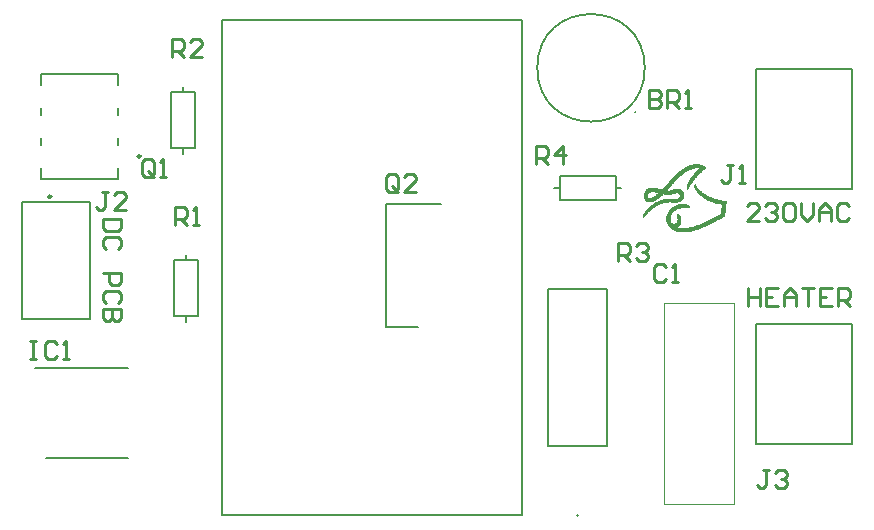
<source format=gto>
G04*
G04 #@! TF.GenerationSoftware,Altium Limited,Altium Designer,24.1.2 (44)*
G04*
G04 Layer_Color=65535*
%FSLAX44Y44*%
%MOMM*%
G71*
G04*
G04 #@! TF.SameCoordinates,BD0B943F-0E77-4E2A-8F04-F263FF0033BB*
G04*
G04*
G04 #@! TF.FilePolarity,Positive*
G04*
G01*
G75*
%ADD10C,0.2500*%
%ADD11C,0.1524*%
%ADD12C,0.2000*%
%ADD13C,0.1000*%
%ADD14C,0.2540*%
G36*
X579323Y307019D02*
X581590D01*
Y306695D01*
X582562D01*
Y306372D01*
X583533D01*
Y306048D01*
X584181D01*
Y305724D01*
X584505D01*
Y305400D01*
X585153D01*
Y305076D01*
X585476D01*
Y304752D01*
X585800D01*
Y304429D01*
X586124D01*
Y303781D01*
X586448D01*
Y303457D01*
X586124D01*
Y303133D01*
X585800D01*
Y302809D01*
X585476D01*
Y302485D01*
X584829D01*
Y302162D01*
X584505D01*
Y301838D01*
X584181D01*
Y301514D01*
X583857D01*
Y301190D01*
X583533D01*
Y300866D01*
X583209D01*
Y300542D01*
X582886D01*
Y300219D01*
X582562D01*
Y299895D01*
X581914D01*
Y299571D01*
X581590D01*
Y299247D01*
X581266D01*
Y298923D01*
X580942D01*
Y298599D01*
X580619D01*
Y298275D01*
X580295D01*
Y297952D01*
X579971D01*
Y297628D01*
X579647D01*
Y296980D01*
X579323D01*
Y296656D01*
X578999D01*
Y296332D01*
X578675D01*
Y296008D01*
X578352D01*
Y295685D01*
X578028D01*
Y295361D01*
X577704D01*
Y295037D01*
X577380D01*
Y294389D01*
X577056D01*
Y294065D01*
X576732D01*
Y293741D01*
X576409D01*
Y293418D01*
X576085D01*
Y292770D01*
X575761D01*
Y292446D01*
X575437D01*
Y292122D01*
X575113D01*
Y291474D01*
X574789D01*
Y291151D01*
X574465D01*
Y290503D01*
X574142D01*
Y290179D01*
X573818D01*
Y289531D01*
X573494D01*
Y289208D01*
X573170D01*
Y288560D01*
X572846D01*
Y287912D01*
X572522D01*
Y287588D01*
X572198D01*
Y286941D01*
X571875D01*
Y286293D01*
X571551D01*
Y285645D01*
X571227D01*
Y284998D01*
X570579D01*
Y285321D01*
X570255D01*
Y285969D01*
X569931D01*
Y288560D01*
X570255D01*
Y289531D01*
X570579D01*
Y290503D01*
X570903D01*
Y291151D01*
X571227D01*
Y291798D01*
X571551D01*
Y292446D01*
X571875D01*
Y293094D01*
X572198D01*
Y293418D01*
X572522D01*
Y294065D01*
X572846D01*
Y294389D01*
X573170D01*
Y295037D01*
X573494D01*
Y295361D01*
X573818D01*
Y296008D01*
X574142D01*
Y296332D01*
X574465D01*
Y296656D01*
X574789D01*
Y297304D01*
X575113D01*
Y297628D01*
X575437D01*
Y297952D01*
X575761D01*
Y298275D01*
X576085D01*
Y298923D01*
X576409D01*
Y299247D01*
X576732D01*
Y299571D01*
X577056D01*
Y299895D01*
X577380D01*
Y300219D01*
X577704D01*
Y300542D01*
X578028D01*
Y300866D01*
X578352D01*
Y301514D01*
X578675D01*
Y301838D01*
X578999D01*
Y302162D01*
X579323D01*
Y302485D01*
X579647D01*
Y302809D01*
X579971D01*
Y303133D01*
X580295D01*
Y303457D01*
X576732D01*
Y303133D01*
X575437D01*
Y302809D01*
X574142D01*
Y302485D01*
X573494D01*
Y302162D01*
X572522D01*
Y301838D01*
X571875D01*
Y301514D01*
X571227D01*
Y301190D01*
X570903D01*
Y300866D01*
X570255D01*
Y300542D01*
X569608D01*
Y300219D01*
X568960D01*
Y299895D01*
X568636D01*
Y299571D01*
X568312D01*
Y299247D01*
X567665D01*
Y298923D01*
X567341D01*
Y298599D01*
X567017D01*
Y298275D01*
X566369D01*
Y297952D01*
X566045D01*
Y297628D01*
X565722D01*
Y297304D01*
X565398D01*
Y296980D01*
X564750D01*
Y296656D01*
X564426D01*
Y296332D01*
X564102D01*
Y296008D01*
X563778D01*
Y295685D01*
X563455D01*
Y295361D01*
X563131D01*
Y295037D01*
X562807D01*
Y294713D01*
X562483D01*
Y294389D01*
X562159D01*
Y294065D01*
X561835D01*
Y293741D01*
X561511D01*
Y293418D01*
X561188D01*
Y293094D01*
X560864D01*
Y292770D01*
X560540D01*
Y292446D01*
X560216D01*
Y292122D01*
X559892D01*
Y291798D01*
X559568D01*
Y291474D01*
X559244D01*
Y291151D01*
X558921D01*
Y290503D01*
X558597D01*
Y290179D01*
X558273D01*
Y289855D01*
X557949D01*
Y289531D01*
X557625D01*
Y289208D01*
X557301D01*
Y288884D01*
X556978D01*
Y288236D01*
X556654D01*
Y287912D01*
X556330D01*
Y287588D01*
X556006D01*
Y287264D01*
X555682D01*
Y286941D01*
X555358D01*
Y286293D01*
X555034D01*
Y285969D01*
X554711D01*
Y285645D01*
X554387D01*
Y285321D01*
X554063D01*
Y284998D01*
X553739D01*
Y284674D01*
X556006D01*
Y284998D01*
X557301D01*
Y285321D01*
X558273D01*
Y285645D01*
X559244D01*
Y285969D01*
X561188D01*
Y286293D01*
X561835D01*
Y285969D01*
X564102D01*
Y285645D01*
X564750D01*
Y285321D01*
X565398D01*
Y284998D01*
X565722D01*
Y284674D01*
X566369D01*
Y284350D01*
X566693D01*
Y283702D01*
X567017D01*
Y283378D01*
X567341D01*
Y282731D01*
X567665D01*
Y281759D01*
X567988D01*
Y278844D01*
X567665D01*
Y277873D01*
X567341D01*
Y277225D01*
X567017D01*
Y276901D01*
X566693D01*
Y276577D01*
X566369D01*
Y276254D01*
X566045D01*
Y275930D01*
X565722D01*
Y275606D01*
X565398D01*
Y275282D01*
X564750D01*
Y274958D01*
X564102D01*
Y274634D01*
X562807D01*
Y274310D01*
X556330D01*
Y274634D01*
X555034D01*
Y274310D01*
X554387D01*
Y274634D01*
X554063D01*
Y274310D01*
X551472D01*
Y273987D01*
X550177D01*
Y273663D01*
X549205D01*
Y273339D01*
X548234D01*
Y273015D01*
X547262D01*
Y272691D01*
X546614D01*
Y272367D01*
X545967D01*
Y272043D01*
X545319D01*
Y271720D01*
X544671D01*
Y271396D01*
X544347D01*
Y271072D01*
X543700D01*
Y270748D01*
X543376D01*
Y270424D01*
X542728D01*
Y270100D01*
X542404D01*
Y269777D01*
X541757D01*
Y269453D01*
X541433D01*
Y269129D01*
X541109D01*
Y268805D01*
X540461D01*
Y268481D01*
X540137D01*
Y268157D01*
X539813D01*
Y267833D01*
X539490D01*
Y267510D01*
X539166D01*
Y267186D01*
X538842D01*
Y266862D01*
X538518D01*
Y266538D01*
X537870D01*
Y266214D01*
X537547D01*
Y265890D01*
X537223D01*
Y265567D01*
X536899D01*
Y264919D01*
X536575D01*
Y264595D01*
X536251D01*
Y264271D01*
X535927D01*
Y263947D01*
X535603D01*
Y263623D01*
X535280D01*
Y263300D01*
X534956D01*
Y262976D01*
X534632D01*
Y262652D01*
X534308D01*
Y262004D01*
X533984D01*
Y261680D01*
X533660D01*
Y261357D01*
X533336D01*
Y260709D01*
X532689D01*
Y261357D01*
X532365D01*
Y261680D01*
X532689D01*
Y263300D01*
X533013D01*
Y263947D01*
X533336D01*
Y264595D01*
X533660D01*
Y265243D01*
X533984D01*
Y265567D01*
X534308D01*
Y266214D01*
X534632D01*
Y266538D01*
X534956D01*
Y267186D01*
X535280D01*
Y267510D01*
X535603D01*
Y267833D01*
X535927D01*
Y268157D01*
X536251D01*
Y268805D01*
X536575D01*
Y269129D01*
X536899D01*
Y269453D01*
X537223D01*
Y269777D01*
X537547D01*
Y270100D01*
X537870D01*
Y270424D01*
X538194D01*
Y270748D01*
X538842D01*
Y271072D01*
X539166D01*
Y271396D01*
X539490D01*
Y271720D01*
X539813D01*
Y272043D01*
X540137D01*
Y272367D01*
X540785D01*
Y272691D01*
X541109D01*
Y273015D01*
X541433D01*
Y273339D01*
X542080D01*
Y273663D01*
X542404D01*
Y273987D01*
X543052D01*
Y274310D01*
X543376D01*
Y274634D01*
X544024D01*
Y274958D01*
X544671D01*
Y275282D01*
X545319D01*
Y275606D01*
X545967D01*
Y275930D01*
X546614D01*
Y276254D01*
X547586D01*
Y276577D01*
X548557D01*
Y276901D01*
X549529D01*
Y277225D01*
X550824D01*
Y277549D01*
X552767D01*
Y277873D01*
X557949D01*
Y277549D01*
X561835D01*
Y277873D01*
X562807D01*
Y278197D01*
X563131D01*
Y278521D01*
X563455D01*
Y278844D01*
X563778D01*
Y279168D01*
X564102D01*
Y281111D01*
X563778D01*
Y281759D01*
X563455D01*
Y282083D01*
X562807D01*
Y282407D01*
X560540D01*
Y282083D01*
X559244D01*
Y281759D01*
X558597D01*
Y281435D01*
X557301D01*
Y281111D01*
X554387D01*
Y280788D01*
X553415D01*
Y281111D01*
X550824D01*
Y281435D01*
X550177D01*
Y281111D01*
X549853D01*
Y280788D01*
X549529D01*
Y280464D01*
X549205D01*
Y280140D01*
X548881D01*
Y279816D01*
X548234D01*
Y279492D01*
X547910D01*
Y279168D01*
X547586D01*
Y278844D01*
X547262D01*
Y278521D01*
X546938D01*
Y278197D01*
X546291D01*
Y277873D01*
X545967D01*
Y277549D01*
X545319D01*
Y277225D01*
X544995D01*
Y276901D01*
X544347D01*
Y276577D01*
X544024D01*
Y276254D01*
X543376D01*
Y275930D01*
X542728D01*
Y275606D01*
X542080D01*
Y275282D01*
X541433D01*
Y274958D01*
X540461D01*
Y274634D01*
X536899D01*
Y274958D01*
X536251D01*
Y275282D01*
X535603D01*
Y275606D01*
X535280D01*
Y275930D01*
X534956D01*
Y276254D01*
X534632D01*
Y276577D01*
X534308D01*
Y277225D01*
X533984D01*
Y277873D01*
X533660D01*
Y282083D01*
X533984D01*
Y283054D01*
X534308D01*
Y283702D01*
X534632D01*
Y284350D01*
X534956D01*
Y284674D01*
X535280D01*
Y284998D01*
X535603D01*
Y285321D01*
X535927D01*
Y285645D01*
X536251D01*
Y285969D01*
X536575D01*
Y286293D01*
X537223D01*
Y286617D01*
X537870D01*
Y286941D01*
X539490D01*
Y287264D01*
X542404D01*
Y286941D01*
X544024D01*
Y286617D01*
X545319D01*
Y286293D01*
X546614D01*
Y285969D01*
X547586D01*
Y285645D01*
X548881D01*
Y285321D01*
X549205D01*
Y285645D01*
X549529D01*
Y285969D01*
X549853D01*
Y286293D01*
X550177D01*
Y286617D01*
X550500D01*
Y286941D01*
X550824D01*
Y287264D01*
X551148D01*
Y287588D01*
X551472D01*
Y288236D01*
X551796D01*
Y288560D01*
X552120D01*
Y288884D01*
X552444D01*
Y289208D01*
X552767D01*
Y289531D01*
X553091D01*
Y289855D01*
X553415D01*
Y290179D01*
X553739D01*
Y290827D01*
X554063D01*
Y291151D01*
X554387D01*
Y291474D01*
X554711D01*
Y291798D01*
X555034D01*
Y292122D01*
X555358D01*
Y292770D01*
X555682D01*
Y293094D01*
X556006D01*
Y293418D01*
X556330D01*
Y293741D01*
X556654D01*
Y294065D01*
X556978D01*
Y294389D01*
X557301D01*
Y294713D01*
X557625D01*
Y295037D01*
X557949D01*
Y295361D01*
X558273D01*
Y295685D01*
X558597D01*
Y296008D01*
X558921D01*
Y296656D01*
X559244D01*
Y296980D01*
X559568D01*
Y297304D01*
X560216D01*
Y297628D01*
X560540D01*
Y297952D01*
X560864D01*
Y298275D01*
X561188D01*
Y298599D01*
X561511D01*
Y298923D01*
X561835D01*
Y299247D01*
X562159D01*
Y299571D01*
X562483D01*
Y299895D01*
X562807D01*
Y300219D01*
X563131D01*
Y300542D01*
X563778D01*
Y300866D01*
X564102D01*
Y301190D01*
X564426D01*
Y301514D01*
X564750D01*
Y301838D01*
X565398D01*
Y302162D01*
X565722D01*
Y302485D01*
X566369D01*
Y302809D01*
X566693D01*
Y303133D01*
X567341D01*
Y303457D01*
X567665D01*
Y303781D01*
X568312D01*
Y304105D01*
X568636D01*
Y304429D01*
X569284D01*
Y304752D01*
X569931D01*
Y305076D01*
X570579D01*
Y305400D01*
X571227D01*
Y305724D01*
X572198D01*
Y306048D01*
X573170D01*
Y306372D01*
X574142D01*
Y306695D01*
X575437D01*
Y307019D01*
X578675D01*
Y307343D01*
X579323D01*
Y307019D01*
D02*
G37*
G36*
X577380Y289855D02*
X577704D01*
Y289208D01*
X578028D01*
Y288560D01*
X578352D01*
Y288236D01*
X578675D01*
Y287588D01*
X578999D01*
Y287264D01*
X579323D01*
Y286941D01*
X579647D01*
Y286617D01*
X579971D01*
Y286293D01*
X580295D01*
Y285645D01*
X580619D01*
Y285321D01*
X580942D01*
Y284998D01*
X581266D01*
Y284674D01*
X581914D01*
Y284350D01*
X582238D01*
Y284026D01*
X582562D01*
Y283702D01*
X582886D01*
Y283378D01*
X583209D01*
Y283054D01*
X583857D01*
Y282731D01*
X584181D01*
Y282407D01*
X584505D01*
Y282083D01*
X585153D01*
Y281759D01*
X585476D01*
Y281435D01*
X586124D01*
Y281111D01*
X586448D01*
Y280788D01*
X587096D01*
Y280464D01*
X587743D01*
Y280140D01*
X588391D01*
Y279816D01*
X589039D01*
Y279492D01*
X589686D01*
Y279168D01*
X590658D01*
Y278844D01*
X591306D01*
Y278521D01*
X592277D01*
Y278197D01*
X593249D01*
Y277873D01*
X594220D01*
Y277549D01*
X595516D01*
Y277225D01*
X596811D01*
Y276901D01*
X598106D01*
Y276577D01*
X600050D01*
Y276254D01*
X602317D01*
Y275930D01*
X603936D01*
Y273015D01*
X603612D01*
Y270748D01*
X603288D01*
Y268157D01*
X602964D01*
Y265567D01*
X602640D01*
Y263623D01*
X602317D01*
Y263300D01*
X602640D01*
Y262976D01*
X602317D01*
Y262328D01*
X601669D01*
Y262004D01*
X601021D01*
Y261680D01*
X600373D01*
Y261357D01*
X599726D01*
Y261033D01*
X599078D01*
Y260709D01*
X598430D01*
Y260385D01*
X597783D01*
Y260061D01*
X597135D01*
Y259737D01*
X596487D01*
Y259413D01*
X595840D01*
Y259090D01*
X595516D01*
Y258766D01*
X594868D01*
Y258442D01*
X594220D01*
Y258118D01*
X593573D01*
Y257794D01*
X592925D01*
Y257470D01*
X592277D01*
Y257146D01*
X591629D01*
Y256823D01*
X590982D01*
Y256499D01*
X590334D01*
Y256175D01*
X589686D01*
Y255851D01*
X589039D01*
Y255527D01*
X588391D01*
Y255203D01*
X587743D01*
Y254879D01*
X587096D01*
Y254556D01*
X586448D01*
Y254232D01*
X585800D01*
Y253908D01*
X585153D01*
Y253584D01*
X584181D01*
Y253260D01*
X583533D01*
Y252936D01*
X582886D01*
Y252612D01*
X581914D01*
Y252289D01*
X580942D01*
Y251965D01*
X580295D01*
Y251641D01*
X579323D01*
Y251317D01*
X578352D01*
Y250993D01*
X577056D01*
Y250669D01*
X576085D01*
Y250346D01*
X574465D01*
Y250022D01*
X573170D01*
Y249698D01*
X571551D01*
Y249374D01*
X566369D01*
Y249050D01*
X565722D01*
Y249374D01*
X562807D01*
Y249698D01*
X561511D01*
Y250022D01*
X560540D01*
Y250346D01*
X559568D01*
Y250669D01*
X558921D01*
Y250993D01*
X558273D01*
Y251317D01*
X557949D01*
Y251641D01*
X557301D01*
Y251965D01*
X556978D01*
Y252289D01*
X556654D01*
Y252612D01*
X556330D01*
Y252936D01*
X556006D01*
Y253260D01*
X555682D01*
Y253584D01*
X555358D01*
Y253908D01*
X555034D01*
Y254232D01*
X554711D01*
Y254556D01*
X554387D01*
Y255203D01*
X554063D01*
Y255851D01*
X553739D01*
Y256175D01*
X553415D01*
Y257146D01*
X553091D01*
Y258118D01*
X552767D01*
Y262976D01*
X553091D01*
Y264271D01*
X553415D01*
Y265243D01*
X553739D01*
Y265890D01*
X554063D01*
Y266538D01*
X554387D01*
Y266862D01*
X554711D01*
Y267510D01*
X555034D01*
Y267833D01*
X555358D01*
Y268157D01*
X555682D01*
Y268805D01*
X556006D01*
Y269129D01*
X556330D01*
Y269453D01*
X556654D01*
Y269777D01*
X557301D01*
Y270100D01*
X557625D01*
Y270424D01*
X557949D01*
Y270748D01*
X558597D01*
Y271072D01*
X558921D01*
Y271396D01*
X559568D01*
Y271720D01*
X560216D01*
Y272043D01*
X560864D01*
Y272367D01*
X561835D01*
Y272691D01*
X562807D01*
Y273015D01*
X563778D01*
Y273339D01*
X566045D01*
Y273663D01*
X567017D01*
Y273339D01*
X569284D01*
Y273015D01*
X570255D01*
Y272691D01*
X571227D01*
Y272367D01*
X571551D01*
Y272043D01*
X571875D01*
Y271720D01*
X572198D01*
Y271396D01*
X572522D01*
Y271072D01*
X572846D01*
Y270100D01*
X568960D01*
Y269777D01*
X568636D01*
Y270100D01*
X567988D01*
Y269777D01*
X565398D01*
Y269453D01*
X563778D01*
Y269129D01*
X562807D01*
Y268805D01*
X562159D01*
Y268481D01*
X561511D01*
Y268157D01*
X560864D01*
Y267833D01*
X560540D01*
Y267510D01*
X559892D01*
Y267186D01*
X559568D01*
Y266862D01*
X559244D01*
Y266538D01*
X558921D01*
Y266214D01*
X558597D01*
Y265890D01*
X558273D01*
Y265567D01*
X557949D01*
Y264919D01*
X557625D01*
Y264595D01*
X557301D01*
Y263947D01*
X556978D01*
Y263300D01*
X556654D01*
Y262004D01*
X556330D01*
Y259090D01*
X556654D01*
Y258118D01*
X556978D01*
Y257470D01*
X557301D01*
Y257146D01*
X557625D01*
Y256823D01*
X558273D01*
Y256499D01*
X560216D01*
Y256823D01*
X560864D01*
Y257146D01*
X561511D01*
Y257470D01*
X561835D01*
Y258118D01*
X562159D01*
Y259413D01*
X562483D01*
Y259737D01*
X562159D01*
Y260061D01*
X562483D01*
Y260385D01*
X562159D01*
Y262328D01*
X561835D01*
Y263623D01*
X561511D01*
Y264595D01*
X561188D01*
Y265243D01*
X562483D01*
Y264919D01*
X563131D01*
Y264595D01*
X563778D01*
Y264271D01*
X564102D01*
Y263947D01*
X564426D01*
Y263300D01*
X564750D01*
Y262652D01*
X565074D01*
Y261680D01*
X565398D01*
Y256823D01*
X565074D01*
Y256175D01*
X564750D01*
Y255527D01*
X564426D01*
Y254879D01*
X564102D01*
Y254556D01*
X563778D01*
Y254232D01*
X563455D01*
Y253908D01*
X562807D01*
Y253260D01*
X564426D01*
Y252936D01*
X569284D01*
Y253260D01*
X571551D01*
Y253584D01*
X573170D01*
Y253908D01*
X574789D01*
Y254232D01*
X576085D01*
Y254556D01*
X577056D01*
Y254879D01*
X578028D01*
Y255203D01*
X578999D01*
Y255527D01*
X579971D01*
Y255851D01*
X580942D01*
Y256175D01*
X581590D01*
Y256499D01*
X582562D01*
Y256823D01*
X583209D01*
Y257146D01*
X583857D01*
Y257470D01*
X584505D01*
Y257794D01*
X585476D01*
Y258118D01*
X585800D01*
Y258442D01*
X586448D01*
Y258766D01*
X587096D01*
Y259090D01*
X587743D01*
Y259413D01*
X588391D01*
Y259737D01*
X589039D01*
Y260061D01*
X589686D01*
Y260385D01*
X590334D01*
Y260709D01*
X590982D01*
Y261033D01*
X591629D01*
Y261357D01*
X592277D01*
Y261680D01*
X592925D01*
Y262004D01*
X593573D01*
Y262328D01*
X594220D01*
Y262652D01*
X594868D01*
Y262976D01*
X595516D01*
Y263300D01*
X596163D01*
Y263623D01*
X596487D01*
Y263947D01*
X597135D01*
Y264271D01*
X597783D01*
Y264595D01*
X598430D01*
Y264919D01*
X599078D01*
Y266862D01*
X599402D01*
Y267186D01*
X599078D01*
Y267510D01*
X599402D01*
Y269777D01*
X599726D01*
Y272367D01*
X600050D01*
Y272691D01*
X598754D01*
Y273015D01*
X596811D01*
Y273339D01*
X595516D01*
Y273663D01*
X594220D01*
Y273987D01*
X593249D01*
Y274310D01*
X591953D01*
Y274634D01*
X591306D01*
Y274958D01*
X590334D01*
Y275282D01*
X589686D01*
Y275606D01*
X588715D01*
Y275930D01*
X588067D01*
Y276254D01*
X587419D01*
Y276577D01*
X587096D01*
Y276901D01*
X586448D01*
Y277225D01*
X585800D01*
Y277549D01*
X585153D01*
Y277873D01*
X584829D01*
Y278197D01*
X584181D01*
Y278521D01*
X583857D01*
Y278844D01*
X583209D01*
Y279168D01*
X582886D01*
Y279492D01*
X582562D01*
Y279816D01*
X582238D01*
Y280140D01*
X581590D01*
Y280464D01*
X581266D01*
Y280788D01*
X580942D01*
Y281111D01*
X580619D01*
Y281435D01*
X580295D01*
Y281759D01*
X579971D01*
Y282083D01*
X579647D01*
Y282407D01*
X579323D01*
Y282731D01*
X578999D01*
Y283378D01*
X578675D01*
Y283702D01*
X578352D01*
Y284026D01*
X578028D01*
Y284674D01*
X577704D01*
Y284998D01*
X577380D01*
Y285645D01*
X577056D01*
Y286293D01*
X576732D01*
Y287264D01*
X576409D01*
Y289208D01*
X576732D01*
Y289855D01*
X577056D01*
Y290179D01*
X577380D01*
Y289855D01*
D02*
G37*
%LPC*%
G36*
X542728Y283378D02*
X539490D01*
Y283054D01*
X538842D01*
Y282731D01*
X538194D01*
Y282407D01*
X537870D01*
Y281759D01*
X537547D01*
Y281111D01*
X537223D01*
Y279168D01*
X537547D01*
Y278844D01*
Y278521D01*
X538194D01*
Y278197D01*
X539490D01*
Y278521D01*
X540461D01*
Y278844D01*
X541109D01*
Y279168D01*
X541433D01*
Y279492D01*
X542080D01*
Y279816D01*
X542728D01*
Y280140D01*
X543052D01*
Y280464D01*
X543700D01*
Y280788D01*
X544024D01*
Y281111D01*
X544347D01*
Y281435D01*
X544995D01*
Y281759D01*
X545319D01*
Y282083D01*
X545643D01*
Y282407D01*
X545319D01*
Y282731D01*
X544347D01*
Y283054D01*
X542728D01*
Y283378D01*
D02*
G37*
%LPD*%
D10*
X107630Y313690D02*
G03*
X107630Y313690I-1250J0D01*
G01*
X31949Y279589D02*
G03*
X31949Y279589I-1250J0D01*
G01*
D11*
X478282Y9525D02*
G03*
X478282Y9525I-762J0D01*
G01*
X502793Y68834D02*
Y201422D01*
X452247D02*
X502793D01*
X452247Y68834D02*
Y201422D01*
Y68834D02*
X502793D01*
D12*
X534450Y388620D02*
G03*
X534450Y388620I-45500J0D01*
G01*
X526590Y351280D02*
G03*
X526590Y351280I-500J0D01*
G01*
X628792Y69850D02*
Y171449D01*
X709791Y69849D02*
Y171449D01*
X628791Y69849D02*
X709791D01*
X628792Y171449D02*
X709791D01*
X22880Y294640D02*
X88880D01*
X22880Y374490D02*
Y383540D01*
Y349090D02*
Y354490D01*
Y323690D02*
Y329090D01*
Y294640D02*
Y303690D01*
Y383540D02*
X88880D01*
Y374490D02*
Y383540D01*
Y349090D02*
Y354490D01*
Y323690D02*
Y329090D01*
Y294640D02*
Y303690D01*
X176530Y10160D02*
Y429260D01*
X430530D01*
Y10160D02*
Y429260D01*
X176530Y10160D02*
X430530D01*
X27230Y58420D02*
X97230D01*
X18630Y134620D02*
X97230D01*
X64699Y175839D02*
Y274839D01*
X7199Y175839D02*
X64699D01*
X7199D02*
Y274839D01*
X64699D01*
X156200Y178180D02*
Y225680D01*
X135900Y178180D02*
X156200D01*
X135900D02*
Y225680D01*
X156200D01*
X146050D02*
Y230530D01*
Y173330D02*
Y178180D01*
X628792Y387349D02*
X709791D01*
X628791Y285749D02*
X709791D01*
Y387349D01*
X628792Y285750D02*
Y387349D01*
X509910Y287020D02*
X514760D01*
X457560D02*
X462410D01*
Y276870D02*
Y297170D01*
Y276870D02*
X509910D01*
Y297170D01*
X462410D02*
X509910D01*
X143510Y315570D02*
Y320420D01*
Y367920D02*
Y372770D01*
X133360Y367920D02*
X153660D01*
X133360Y320420D02*
Y367920D01*
Y320420D02*
X153660D01*
Y367920D01*
X315700Y272980D02*
X361700D01*
X315700Y168980D02*
Y272980D01*
Y168980D02*
X342900D01*
D13*
X610390Y19140D02*
Y189140D01*
X550390Y19140D02*
X610390D01*
X550390D02*
Y189140D01*
X610390D01*
D14*
X91435Y260350D02*
X76200D01*
Y252733D01*
X78739Y250193D01*
X88896D01*
X91435Y252733D01*
Y260350D01*
X88896Y234958D02*
X91435Y237497D01*
Y242576D01*
X88896Y245115D01*
X78739D01*
X76200Y242576D01*
Y237497D01*
X78739Y234958D01*
X76200Y214645D02*
X91435D01*
Y207027D01*
X88896Y204488D01*
X83818D01*
X81278Y207027D01*
Y214645D01*
X88896Y189253D02*
X91435Y191792D01*
Y196870D01*
X88896Y199410D01*
X78739D01*
X76200Y196870D01*
Y191792D01*
X78739Y189253D01*
X91435Y184175D02*
X76200D01*
Y176557D01*
X78739Y174018D01*
X81278D01*
X83818Y176557D01*
Y184175D01*
Y176557D01*
X86357Y174018D01*
X88896D01*
X91435Y176557D01*
Y184175D01*
X622300Y201925D02*
Y186690D01*
Y194307D01*
X632457D01*
Y201925D01*
Y186690D01*
X647692Y201925D02*
X637535D01*
Y186690D01*
X647692D01*
X637535Y194307D02*
X642613D01*
X652770Y186690D02*
Y196847D01*
X657849Y201925D01*
X662927Y196847D01*
Y186690D01*
Y194307D01*
X652770D01*
X668005Y201925D02*
X678162D01*
X673084D01*
Y186690D01*
X693397Y201925D02*
X683240D01*
Y186690D01*
X693397D01*
X683240Y194307D02*
X688319D01*
X698475Y186690D02*
Y201925D01*
X706093D01*
X708632Y199386D01*
Y194307D01*
X706093Y191768D01*
X698475D01*
X703554D02*
X708632Y186690D01*
X631187Y259080D02*
X621030D01*
X631187Y269237D01*
Y271776D01*
X628647Y274315D01*
X623569D01*
X621030Y271776D01*
X636265D02*
X638804Y274315D01*
X643883D01*
X646422Y271776D01*
Y269237D01*
X643883Y266698D01*
X641343D01*
X643883D01*
X646422Y264158D01*
Y261619D01*
X643883Y259080D01*
X638804D01*
X636265Y261619D01*
X651500Y271776D02*
X654039Y274315D01*
X659118D01*
X661657Y271776D01*
Y261619D01*
X659118Y259080D01*
X654039D01*
X651500Y261619D01*
Y271776D01*
X666735Y274315D02*
Y264158D01*
X671814Y259080D01*
X676892Y264158D01*
Y274315D01*
X681970Y259080D02*
Y269237D01*
X687049Y274315D01*
X692127Y269237D01*
Y259080D01*
Y266698D01*
X681970D01*
X707362Y271776D02*
X704823Y274315D01*
X699744D01*
X697205Y271776D01*
Y261619D01*
X699744Y259080D01*
X704823D01*
X707362Y261619D01*
X442722Y306832D02*
Y322067D01*
X450340D01*
X452879Y319528D01*
Y314450D01*
X450340Y311910D01*
X442722D01*
X447800D02*
X452879Y306832D01*
X465575D02*
Y322067D01*
X457957Y314450D01*
X468114D01*
X511814Y224792D02*
Y240028D01*
X519432D01*
X521971Y237488D01*
Y232410D01*
X519432Y229871D01*
X511814D01*
X516893D02*
X521971Y224792D01*
X527049Y237488D02*
X529588Y240028D01*
X534667D01*
X537206Y237488D01*
Y234949D01*
X534667Y232410D01*
X532127D01*
X534667D01*
X537206Y229871D01*
Y227332D01*
X534667Y224792D01*
X529588D01*
X527049Y227332D01*
X133858Y397764D02*
Y412999D01*
X141475D01*
X144015Y410460D01*
Y405382D01*
X141475Y402842D01*
X133858D01*
X138936D02*
X144015Y397764D01*
X159250D02*
X149093D01*
X159250Y407921D01*
Y410460D01*
X156711Y412999D01*
X151632D01*
X149093Y410460D01*
X136398Y255524D02*
Y270759D01*
X144016D01*
X146555Y268220D01*
Y263141D01*
X144016Y260602D01*
X136398D01*
X141476D02*
X146555Y255524D01*
X151633D02*
X156711D01*
X154172D01*
Y270759D01*
X151633Y268220D01*
X325625Y286003D02*
Y296160D01*
X323086Y298699D01*
X318007D01*
X315468Y296160D01*
Y286003D01*
X318007Y283464D01*
X323086D01*
X320546Y288542D02*
X325625Y283464D01*
X323086D02*
X325625Y286003D01*
X340860Y283464D02*
X330703D01*
X340860Y293621D01*
Y296160D01*
X338321Y298699D01*
X333242D01*
X330703Y296160D01*
X119380Y298452D02*
Y308608D01*
X116841Y311147D01*
X111763D01*
X109223Y308608D01*
Y298452D01*
X111763Y295912D01*
X116841D01*
X114302Y300991D02*
X119380Y295912D01*
X116841D02*
X119380Y298452D01*
X124458Y295912D02*
X129537D01*
X126998D01*
Y311147D01*
X124458Y308608D01*
X640081Y48257D02*
X635003D01*
X637542D01*
Y35562D01*
X635003Y33022D01*
X632463D01*
X629924Y35562D01*
X645159Y45718D02*
X647698Y48257D01*
X652777D01*
X655316Y45718D01*
Y43179D01*
X652777Y40640D01*
X650238D01*
X652777D01*
X655316Y38101D01*
Y35562D01*
X652777Y33022D01*
X647698D01*
X645159Y35562D01*
X80011Y283207D02*
X74932D01*
X77472D01*
Y270512D01*
X74932Y267973D01*
X72393D01*
X69854Y270512D01*
X95246Y267973D02*
X85089D01*
X95246Y278129D01*
Y280668D01*
X92707Y283207D01*
X87628D01*
X85089Y280668D01*
X609600Y306068D02*
X604522D01*
X607061D01*
Y293372D01*
X604522Y290833D01*
X601982D01*
X599443Y293372D01*
X614678Y290833D02*
X619757D01*
X617218D01*
Y306068D01*
X614678Y303528D01*
X13975Y157478D02*
X19054D01*
X16515D01*
Y142242D01*
X13975D01*
X19054D01*
X36828Y154938D02*
X34289Y157478D01*
X29210D01*
X26671Y154938D01*
Y144782D01*
X29210Y142242D01*
X34289D01*
X36828Y144782D01*
X41906Y142242D02*
X46985D01*
X44446D01*
Y157478D01*
X41906Y154938D01*
X552701Y219960D02*
X550162Y222499D01*
X545083D01*
X542544Y219960D01*
Y209803D01*
X545083Y207264D01*
X550162D01*
X552701Y209803D01*
X557779Y207264D02*
X562857D01*
X560318D01*
Y222499D01*
X557779Y219960D01*
X538486Y369567D02*
Y354333D01*
X546103D01*
X548643Y356872D01*
Y359411D01*
X546103Y361950D01*
X538486D01*
X546103D01*
X548643Y364489D01*
Y367028D01*
X546103Y369567D01*
X538486D01*
X553721Y354333D02*
Y369567D01*
X561338D01*
X563878Y367028D01*
Y361950D01*
X561338Y359411D01*
X553721D01*
X558799D02*
X563878Y354333D01*
X568956D02*
X574034D01*
X571495D01*
Y369567D01*
X568956Y367028D01*
M02*

</source>
